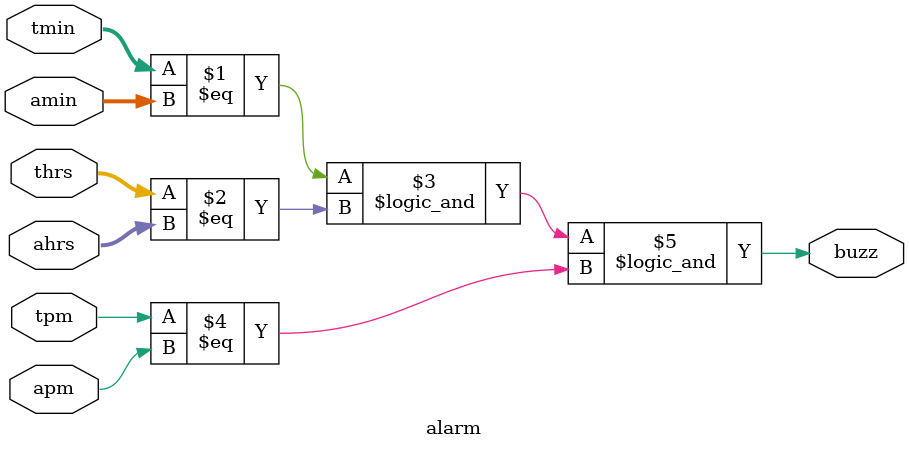
<source format=sv>
module alarm(
  input [6:0]  tmin,
               amin,
               thrs,
               ahrs,
  input        tpm, 
  input        apm, 
  output logic buzz
);

   /* fill in the details
    combinatorial logic (no clock, use  blocking assignments "="
    not <=
    buzz = ( condition for matching min's hours and pm/am )
    */
	 
	 assign buzz = (tmin == amin) && (thrs == ahrs) && (tpm == apm);
	 
endmodule
</source>
